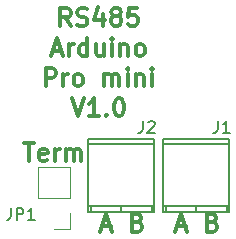
<source format=gto>
G04 #@! TF.FileFunction,Legend,Top*
%FSLAX46Y46*%
G04 Gerber Fmt 4.6, Leading zero omitted, Abs format (unit mm)*
G04 Created by KiCad (PCBNEW 4.0.6) date 08/27/17 18:35:28*
%MOMM*%
%LPD*%
G01*
G04 APERTURE LIST*
%ADD10C,0.100000*%
%ADD11C,0.300000*%
%ADD12C,0.150000*%
%ADD13C,0.120000*%
%ADD14R,2.100000X2.100000*%
%ADD15O,2.100000X2.100000*%
%ADD16O,2.398980X2.398980*%
%ADD17R,2.398980X2.398980*%
G04 APERTURE END LIST*
D10*
D11*
X134624286Y-96968571D02*
X135481429Y-96968571D01*
X135052858Y-98468571D02*
X135052858Y-96968571D01*
X136552857Y-98397143D02*
X136410000Y-98468571D01*
X136124286Y-98468571D01*
X135981429Y-98397143D01*
X135910000Y-98254286D01*
X135910000Y-97682857D01*
X135981429Y-97540000D01*
X136124286Y-97468571D01*
X136410000Y-97468571D01*
X136552857Y-97540000D01*
X136624286Y-97682857D01*
X136624286Y-97825714D01*
X135910000Y-97968571D01*
X137267143Y-98468571D02*
X137267143Y-97468571D01*
X137267143Y-97754286D02*
X137338571Y-97611429D01*
X137410000Y-97540000D01*
X137552857Y-97468571D01*
X137695714Y-97468571D01*
X138195714Y-98468571D02*
X138195714Y-97468571D01*
X138195714Y-97611429D02*
X138267142Y-97540000D01*
X138410000Y-97468571D01*
X138624285Y-97468571D01*
X138767142Y-97540000D01*
X138838571Y-97682857D01*
X138838571Y-98468571D01*
X138838571Y-97682857D02*
X138910000Y-97540000D01*
X139052857Y-97468571D01*
X139267142Y-97468571D01*
X139410000Y-97540000D01*
X139481428Y-97682857D01*
X139481428Y-98468571D01*
X138577144Y-87023571D02*
X138077144Y-86309286D01*
X137720001Y-87023571D02*
X137720001Y-85523571D01*
X138291429Y-85523571D01*
X138434287Y-85595000D01*
X138505715Y-85666429D01*
X138577144Y-85809286D01*
X138577144Y-86023571D01*
X138505715Y-86166429D01*
X138434287Y-86237857D01*
X138291429Y-86309286D01*
X137720001Y-86309286D01*
X139148572Y-86952143D02*
X139362858Y-87023571D01*
X139720001Y-87023571D01*
X139862858Y-86952143D01*
X139934287Y-86880714D01*
X140005715Y-86737857D01*
X140005715Y-86595000D01*
X139934287Y-86452143D01*
X139862858Y-86380714D01*
X139720001Y-86309286D01*
X139434287Y-86237857D01*
X139291429Y-86166429D01*
X139220001Y-86095000D01*
X139148572Y-85952143D01*
X139148572Y-85809286D01*
X139220001Y-85666429D01*
X139291429Y-85595000D01*
X139434287Y-85523571D01*
X139791429Y-85523571D01*
X140005715Y-85595000D01*
X141291429Y-86023571D02*
X141291429Y-87023571D01*
X140934286Y-85452143D02*
X140577143Y-86523571D01*
X141505715Y-86523571D01*
X142291429Y-86166429D02*
X142148571Y-86095000D01*
X142077143Y-86023571D01*
X142005714Y-85880714D01*
X142005714Y-85809286D01*
X142077143Y-85666429D01*
X142148571Y-85595000D01*
X142291429Y-85523571D01*
X142577143Y-85523571D01*
X142720000Y-85595000D01*
X142791429Y-85666429D01*
X142862857Y-85809286D01*
X142862857Y-85880714D01*
X142791429Y-86023571D01*
X142720000Y-86095000D01*
X142577143Y-86166429D01*
X142291429Y-86166429D01*
X142148571Y-86237857D01*
X142077143Y-86309286D01*
X142005714Y-86452143D01*
X142005714Y-86737857D01*
X142077143Y-86880714D01*
X142148571Y-86952143D01*
X142291429Y-87023571D01*
X142577143Y-87023571D01*
X142720000Y-86952143D01*
X142791429Y-86880714D01*
X142862857Y-86737857D01*
X142862857Y-86452143D01*
X142791429Y-86309286D01*
X142720000Y-86237857D01*
X142577143Y-86166429D01*
X144220000Y-85523571D02*
X143505714Y-85523571D01*
X143434285Y-86237857D01*
X143505714Y-86166429D01*
X143648571Y-86095000D01*
X144005714Y-86095000D01*
X144148571Y-86166429D01*
X144220000Y-86237857D01*
X144291428Y-86380714D01*
X144291428Y-86737857D01*
X144220000Y-86880714D01*
X144148571Y-86952143D01*
X144005714Y-87023571D01*
X143648571Y-87023571D01*
X143505714Y-86952143D01*
X143434285Y-86880714D01*
X137077143Y-89145000D02*
X137791429Y-89145000D01*
X136934286Y-89573571D02*
X137434286Y-88073571D01*
X137934286Y-89573571D01*
X138434286Y-89573571D02*
X138434286Y-88573571D01*
X138434286Y-88859286D02*
X138505714Y-88716429D01*
X138577143Y-88645000D01*
X138720000Y-88573571D01*
X138862857Y-88573571D01*
X140005714Y-89573571D02*
X140005714Y-88073571D01*
X140005714Y-89502143D02*
X139862857Y-89573571D01*
X139577143Y-89573571D01*
X139434285Y-89502143D01*
X139362857Y-89430714D01*
X139291428Y-89287857D01*
X139291428Y-88859286D01*
X139362857Y-88716429D01*
X139434285Y-88645000D01*
X139577143Y-88573571D01*
X139862857Y-88573571D01*
X140005714Y-88645000D01*
X141362857Y-88573571D02*
X141362857Y-89573571D01*
X140720000Y-88573571D02*
X140720000Y-89359286D01*
X140791428Y-89502143D01*
X140934286Y-89573571D01*
X141148571Y-89573571D01*
X141291428Y-89502143D01*
X141362857Y-89430714D01*
X142077143Y-89573571D02*
X142077143Y-88573571D01*
X142077143Y-88073571D02*
X142005714Y-88145000D01*
X142077143Y-88216429D01*
X142148571Y-88145000D01*
X142077143Y-88073571D01*
X142077143Y-88216429D01*
X142791429Y-88573571D02*
X142791429Y-89573571D01*
X142791429Y-88716429D02*
X142862857Y-88645000D01*
X143005715Y-88573571D01*
X143220000Y-88573571D01*
X143362857Y-88645000D01*
X143434286Y-88787857D01*
X143434286Y-89573571D01*
X144362858Y-89573571D02*
X144220000Y-89502143D01*
X144148572Y-89430714D01*
X144077143Y-89287857D01*
X144077143Y-88859286D01*
X144148572Y-88716429D01*
X144220000Y-88645000D01*
X144362858Y-88573571D01*
X144577143Y-88573571D01*
X144720000Y-88645000D01*
X144791429Y-88716429D01*
X144862858Y-88859286D01*
X144862858Y-89287857D01*
X144791429Y-89430714D01*
X144720000Y-89502143D01*
X144577143Y-89573571D01*
X144362858Y-89573571D01*
X136470000Y-92123571D02*
X136470000Y-90623571D01*
X137041428Y-90623571D01*
X137184286Y-90695000D01*
X137255714Y-90766429D01*
X137327143Y-90909286D01*
X137327143Y-91123571D01*
X137255714Y-91266429D01*
X137184286Y-91337857D01*
X137041428Y-91409286D01*
X136470000Y-91409286D01*
X137970000Y-92123571D02*
X137970000Y-91123571D01*
X137970000Y-91409286D02*
X138041428Y-91266429D01*
X138112857Y-91195000D01*
X138255714Y-91123571D01*
X138398571Y-91123571D01*
X139112857Y-92123571D02*
X138969999Y-92052143D01*
X138898571Y-91980714D01*
X138827142Y-91837857D01*
X138827142Y-91409286D01*
X138898571Y-91266429D01*
X138969999Y-91195000D01*
X139112857Y-91123571D01*
X139327142Y-91123571D01*
X139469999Y-91195000D01*
X139541428Y-91266429D01*
X139612857Y-91409286D01*
X139612857Y-91837857D01*
X139541428Y-91980714D01*
X139469999Y-92052143D01*
X139327142Y-92123571D01*
X139112857Y-92123571D01*
X141398571Y-92123571D02*
X141398571Y-91123571D01*
X141398571Y-91266429D02*
X141469999Y-91195000D01*
X141612857Y-91123571D01*
X141827142Y-91123571D01*
X141969999Y-91195000D01*
X142041428Y-91337857D01*
X142041428Y-92123571D01*
X142041428Y-91337857D02*
X142112857Y-91195000D01*
X142255714Y-91123571D01*
X142469999Y-91123571D01*
X142612857Y-91195000D01*
X142684285Y-91337857D01*
X142684285Y-92123571D01*
X143398571Y-92123571D02*
X143398571Y-91123571D01*
X143398571Y-90623571D02*
X143327142Y-90695000D01*
X143398571Y-90766429D01*
X143469999Y-90695000D01*
X143398571Y-90623571D01*
X143398571Y-90766429D01*
X144112857Y-91123571D02*
X144112857Y-92123571D01*
X144112857Y-91266429D02*
X144184285Y-91195000D01*
X144327143Y-91123571D01*
X144541428Y-91123571D01*
X144684285Y-91195000D01*
X144755714Y-91337857D01*
X144755714Y-92123571D01*
X145470000Y-92123571D02*
X145470000Y-91123571D01*
X145470000Y-90623571D02*
X145398571Y-90695000D01*
X145470000Y-90766429D01*
X145541428Y-90695000D01*
X145470000Y-90623571D01*
X145470000Y-90766429D01*
X138684286Y-93173571D02*
X139184286Y-94673571D01*
X139684286Y-93173571D01*
X140970000Y-94673571D02*
X140112857Y-94673571D01*
X140541429Y-94673571D02*
X140541429Y-93173571D01*
X140398572Y-93387857D01*
X140255714Y-93530714D01*
X140112857Y-93602143D01*
X141612857Y-94530714D02*
X141684285Y-94602143D01*
X141612857Y-94673571D01*
X141541428Y-94602143D01*
X141612857Y-94530714D01*
X141612857Y-94673571D01*
X142612857Y-93173571D02*
X142755714Y-93173571D01*
X142898571Y-93245000D01*
X142970000Y-93316429D01*
X143041429Y-93459286D01*
X143112857Y-93745000D01*
X143112857Y-94102143D01*
X143041429Y-94387857D01*
X142970000Y-94530714D01*
X142898571Y-94602143D01*
X142755714Y-94673571D01*
X142612857Y-94673571D01*
X142470000Y-94602143D01*
X142398571Y-94530714D01*
X142327143Y-94387857D01*
X142255714Y-94102143D01*
X142255714Y-93745000D01*
X142327143Y-93459286D01*
X142398571Y-93316429D01*
X142470000Y-93245000D01*
X142612857Y-93173571D01*
X150602143Y-103651857D02*
X150816429Y-103723286D01*
X150887857Y-103794714D01*
X150959286Y-103937571D01*
X150959286Y-104151857D01*
X150887857Y-104294714D01*
X150816429Y-104366143D01*
X150673571Y-104437571D01*
X150102143Y-104437571D01*
X150102143Y-102937571D01*
X150602143Y-102937571D01*
X150745000Y-103009000D01*
X150816429Y-103080429D01*
X150887857Y-103223286D01*
X150887857Y-103366143D01*
X150816429Y-103509000D01*
X150745000Y-103580429D01*
X150602143Y-103651857D01*
X150102143Y-103651857D01*
X147597857Y-104009000D02*
X148312143Y-104009000D01*
X147455000Y-104437571D02*
X147955000Y-102937571D01*
X148455000Y-104437571D01*
X144252143Y-103651857D02*
X144466429Y-103723286D01*
X144537857Y-103794714D01*
X144609286Y-103937571D01*
X144609286Y-104151857D01*
X144537857Y-104294714D01*
X144466429Y-104366143D01*
X144323571Y-104437571D01*
X143752143Y-104437571D01*
X143752143Y-102937571D01*
X144252143Y-102937571D01*
X144395000Y-103009000D01*
X144466429Y-103080429D01*
X144537857Y-103223286D01*
X144537857Y-103366143D01*
X144466429Y-103509000D01*
X144395000Y-103580429D01*
X144252143Y-103651857D01*
X143752143Y-103651857D01*
X141247857Y-104009000D02*
X141962143Y-104009000D01*
X141105000Y-104437571D02*
X141605000Y-102937571D01*
X142105000Y-104437571D01*
D12*
X152024080Y-102295960D02*
X146425920Y-102295960D01*
X146624040Y-102793800D02*
X146624040Y-102295960D01*
X151825960Y-102295960D02*
X151825960Y-102793800D01*
X149225000Y-102793800D02*
X149225000Y-102295960D01*
X146425920Y-96994980D02*
X152024080Y-96994980D01*
X146425920Y-102793800D02*
X152024080Y-102793800D01*
X152024080Y-102793800D02*
X152024080Y-96596200D01*
X152024080Y-96596200D02*
X146425920Y-96596200D01*
X146425920Y-96596200D02*
X146425920Y-102793800D01*
X145674080Y-102295960D02*
X140075920Y-102295960D01*
X140274040Y-102793800D02*
X140274040Y-102295960D01*
X145475960Y-102295960D02*
X145475960Y-102793800D01*
X142875000Y-102793800D02*
X142875000Y-102295960D01*
X140075920Y-96994980D02*
X145674080Y-96994980D01*
X140075920Y-102793800D02*
X145674080Y-102793800D01*
X145674080Y-102793800D02*
X145674080Y-96596200D01*
X145674080Y-96596200D02*
X140075920Y-96596200D01*
X140075920Y-96596200D02*
X140075920Y-102793800D01*
D13*
X138490000Y-99000000D02*
X135830000Y-99000000D01*
X138490000Y-101600000D02*
X138490000Y-99000000D01*
X135830000Y-101600000D02*
X135830000Y-99000000D01*
X138490000Y-101600000D02*
X135830000Y-101600000D01*
X138490000Y-102870000D02*
X138490000Y-104200000D01*
X138490000Y-104200000D02*
X137160000Y-104200000D01*
D12*
X151050667Y-95083381D02*
X151050667Y-95797667D01*
X151003047Y-95940524D01*
X150907809Y-96035762D01*
X150764952Y-96083381D01*
X150669714Y-96083381D01*
X152050667Y-96083381D02*
X151479238Y-96083381D01*
X151764952Y-96083381D02*
X151764952Y-95083381D01*
X151669714Y-95226238D01*
X151574476Y-95321476D01*
X151479238Y-95369095D01*
X144700667Y-95083381D02*
X144700667Y-95797667D01*
X144653047Y-95940524D01*
X144557809Y-96035762D01*
X144414952Y-96083381D01*
X144319714Y-96083381D01*
X145129238Y-95178619D02*
X145176857Y-95131000D01*
X145272095Y-95083381D01*
X145510191Y-95083381D01*
X145605429Y-95131000D01*
X145653048Y-95178619D01*
X145700667Y-95273857D01*
X145700667Y-95369095D01*
X145653048Y-95511952D01*
X145081619Y-96083381D01*
X145700667Y-96083381D01*
X133532667Y-102449381D02*
X133532667Y-103163667D01*
X133485047Y-103306524D01*
X133389809Y-103401762D01*
X133246952Y-103449381D01*
X133151714Y-103449381D01*
X134008857Y-103449381D02*
X134008857Y-102449381D01*
X134389810Y-102449381D01*
X134485048Y-102497000D01*
X134532667Y-102544619D01*
X134580286Y-102639857D01*
X134580286Y-102782714D01*
X134532667Y-102877952D01*
X134485048Y-102925571D01*
X134389810Y-102973190D01*
X134008857Y-102973190D01*
X135532667Y-103449381D02*
X134961238Y-103449381D01*
X135246952Y-103449381D02*
X135246952Y-102449381D01*
X135151714Y-102592238D01*
X135056476Y-102687476D01*
X134961238Y-102735095D01*
%LPC*%
D14*
X133350000Y-87630000D03*
D15*
X133350000Y-90170000D03*
X133350000Y-92710000D03*
X133350000Y-95250000D03*
X133350000Y-97790000D03*
X133350000Y-100330000D03*
D16*
X150495000Y-99695000D03*
D17*
X147955000Y-99695000D03*
D16*
X144145000Y-99695000D03*
D17*
X141605000Y-99695000D03*
D14*
X148590000Y-95250000D03*
D15*
X148590000Y-92710000D03*
X148590000Y-90170000D03*
D14*
X137160000Y-102870000D03*
D15*
X137160000Y-100330000D03*
M02*

</source>
